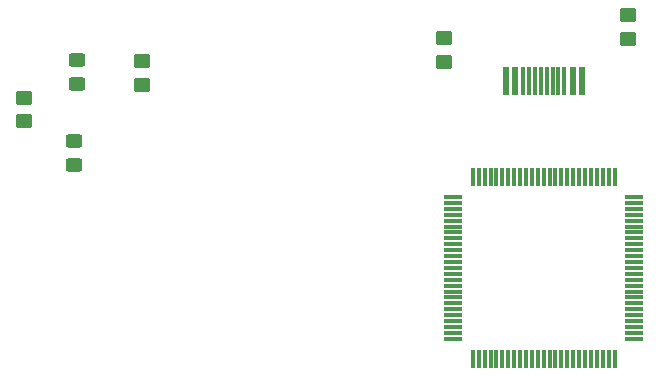
<source format=gbr>
%TF.GenerationSoftware,KiCad,Pcbnew,(5.99.0-9650-gad505e29c0)*%
%TF.CreationDate,2021-03-24T15:12:51-04:00*%
%TF.ProjectId,Hangulator,48616e67-756c-4617-946f-722e6b696361,rev?*%
%TF.SameCoordinates,Original*%
%TF.FileFunction,Paste,Top*%
%TF.FilePolarity,Positive*%
%FSLAX46Y46*%
G04 Gerber Fmt 4.6, Leading zero omitted, Abs format (unit mm)*
G04 Created by KiCad (PCBNEW (5.99.0-9650-gad505e29c0)) date 2021-03-24 15:12:51*
%MOMM*%
%LPD*%
G01*
G04 APERTURE LIST*
G04 Aperture macros list*
%AMRoundRect*
0 Rectangle with rounded corners*
0 $1 Rounding radius*
0 $2 $3 $4 $5 $6 $7 $8 $9 X,Y pos of 4 corners*
0 Add a 4 corners polygon primitive as box body*
4,1,4,$2,$3,$4,$5,$6,$7,$8,$9,$2,$3,0*
0 Add four circle primitives for the rounded corners*
1,1,$1+$1,$2,$3*
1,1,$1+$1,$4,$5*
1,1,$1+$1,$6,$7*
1,1,$1+$1,$8,$9*
0 Add four rect primitives between the rounded corners*
20,1,$1+$1,$2,$3,$4,$5,0*
20,1,$1+$1,$4,$5,$6,$7,0*
20,1,$1+$1,$6,$7,$8,$9,0*
20,1,$1+$1,$8,$9,$2,$3,0*%
G04 Aperture macros list end*
%ADD10RoundRect,0.250000X-0.450000X0.350000X-0.450000X-0.350000X0.450000X-0.350000X0.450000X0.350000X0*%
%ADD11RoundRect,0.250000X0.450000X-0.350000X0.450000X0.350000X-0.450000X0.350000X-0.450000X-0.350000X0*%
%ADD12RoundRect,0.250000X0.450000X-0.325000X0.450000X0.325000X-0.450000X0.325000X-0.450000X-0.325000X0*%
%ADD13RoundRect,0.250000X-0.450000X0.325000X-0.450000X-0.325000X0.450000X-0.325000X0.450000X0.325000X0*%
%ADD14R,0.600000X2.450000*%
%ADD15R,0.300000X2.450000*%
%ADD16RoundRect,0.075000X0.075000X-0.725000X0.075000X0.725000X-0.075000X0.725000X-0.075000X-0.725000X0*%
%ADD17RoundRect,0.075000X0.725000X-0.075000X0.725000X0.075000X-0.725000X0.075000X-0.725000X-0.075000X0*%
G04 APERTURE END LIST*
D10*
%TO.C,R1*%
X299100000Y-152625000D03*
X299100000Y-154625000D03*
%TD*%
D11*
%TO.C,R2*%
X283575000Y-156525000D03*
X283575000Y-154525000D03*
%TD*%
D12*
%TO.C,J2*%
X252500000Y-158425000D03*
X252500000Y-156375000D03*
%TD*%
D11*
%TO.C,R4*%
X258000000Y-158500000D03*
X258000000Y-156500000D03*
%TD*%
D13*
%TO.C,J1*%
X252250000Y-163225000D03*
X252250000Y-165275000D03*
%TD*%
D14*
%TO.C,USB1*%
X295225000Y-158195000D03*
X294450000Y-158195000D03*
D15*
X293750000Y-158195000D03*
X293250000Y-158195000D03*
X292750000Y-158195000D03*
X292250000Y-158195000D03*
X291750000Y-158195000D03*
X291250000Y-158195000D03*
X290750000Y-158195000D03*
X290250000Y-158195000D03*
D14*
X289550000Y-158195000D03*
X288775000Y-158195000D03*
%TD*%
D16*
%TO.C,U2*%
X286000000Y-181675000D03*
X286500000Y-181675000D03*
X287000000Y-181675000D03*
X287500000Y-181675000D03*
X288000000Y-181675000D03*
X288500000Y-181675000D03*
X289000000Y-181675000D03*
X289500000Y-181675000D03*
X290000000Y-181675000D03*
X290500000Y-181675000D03*
X291000000Y-181675000D03*
X291500000Y-181675000D03*
X292000000Y-181675000D03*
X292500000Y-181675000D03*
X293000000Y-181675000D03*
X293500000Y-181675000D03*
X294000000Y-181675000D03*
X294500000Y-181675000D03*
X295000000Y-181675000D03*
X295500000Y-181675000D03*
X296000000Y-181675000D03*
X296500000Y-181675000D03*
X297000000Y-181675000D03*
X297500000Y-181675000D03*
X298000000Y-181675000D03*
D17*
X299675000Y-180000000D03*
X299675000Y-179500000D03*
X299675000Y-179000000D03*
X299675000Y-178500000D03*
X299675000Y-178000000D03*
X299675000Y-177500000D03*
X299675000Y-177000000D03*
X299675000Y-176500000D03*
X299675000Y-176000000D03*
X299675000Y-175500000D03*
X299675000Y-175000000D03*
X299675000Y-174500000D03*
X299675000Y-174000000D03*
X299675000Y-173500000D03*
X299675000Y-173000000D03*
X299675000Y-172500000D03*
X299675000Y-172000000D03*
X299675000Y-171500000D03*
X299675000Y-171000000D03*
X299675000Y-170500000D03*
X299675000Y-170000000D03*
X299675000Y-169500000D03*
X299675000Y-169000000D03*
X299675000Y-168500000D03*
X299675000Y-168000000D03*
D16*
X298000000Y-166325000D03*
X297500000Y-166325000D03*
X297000000Y-166325000D03*
X296500000Y-166325000D03*
X296000000Y-166325000D03*
X295500000Y-166325000D03*
X295000000Y-166325000D03*
X294500000Y-166325000D03*
X294000000Y-166325000D03*
X293500000Y-166325000D03*
X293000000Y-166325000D03*
X292500000Y-166325000D03*
X292000000Y-166325000D03*
X291500000Y-166325000D03*
X291000000Y-166325000D03*
X290500000Y-166325000D03*
X290000000Y-166325000D03*
X289500000Y-166325000D03*
X289000000Y-166325000D03*
X288500000Y-166325000D03*
X288000000Y-166325000D03*
X287500000Y-166325000D03*
X287000000Y-166325000D03*
X286500000Y-166325000D03*
X286000000Y-166325000D03*
D17*
X284325000Y-168000000D03*
X284325000Y-168500000D03*
X284325000Y-169000000D03*
X284325000Y-169500000D03*
X284325000Y-170000000D03*
X284325000Y-170500000D03*
X284325000Y-171000000D03*
X284325000Y-171500000D03*
X284325000Y-172000000D03*
X284325000Y-172500000D03*
X284325000Y-173000000D03*
X284325000Y-173500000D03*
X284325000Y-174000000D03*
X284325000Y-174500000D03*
X284325000Y-175000000D03*
X284325000Y-175500000D03*
X284325000Y-176000000D03*
X284325000Y-176500000D03*
X284325000Y-177000000D03*
X284325000Y-177500000D03*
X284325000Y-178000000D03*
X284325000Y-178500000D03*
X284325000Y-179000000D03*
X284325000Y-179500000D03*
X284325000Y-180000000D03*
%TD*%
D10*
%TO.C,R3*%
X248000000Y-159587500D03*
X248000000Y-161587500D03*
%TD*%
M02*

</source>
